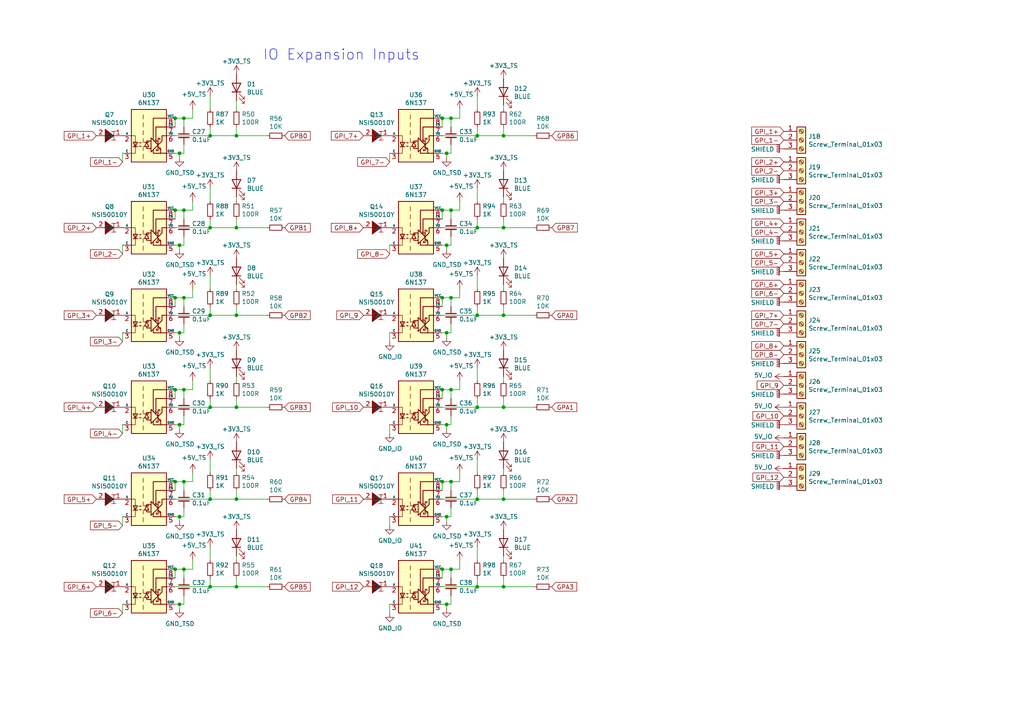
<source format=kicad_sch>
(kicad_sch (version 20211123) (generator eeschema)
  (paper "A4")
  (title_block (title "Tensile Board") (date "2021-02-23") (rev "1"))
  (junction (at 68.58 144.78))
  (junction (at 146.05 118.11))
  (junction (at 129.54 71.12))
  (junction (at 130.81 86.36))
  (junction (at 60.96 144.78))
  (junction (at 52.07 123.19))
  (junction (at 130.81 113.03))
  (junction (at 60.96 170.18))
  (junction (at 129.54 96.52))
  (junction (at 128.27 139.7))
  (junction (at 60.96 118.11))
  (junction (at 60.96 91.44))
  (junction (at 138.43 144.78))
  (junction (at 53.34 139.7))
  (junction (at 138.43 170.18))
  (junction (at 146.05 144.78))
  (junction (at 128.27 60.96))
  (junction (at 128.27 165.1))
  (junction (at 50.8 60.96))
  (junction (at 52.07 44.45))
  (junction (at 68.58 39.37))
  (junction (at 138.43 118.11))
  (junction (at 130.81 139.7))
  (junction (at 130.81 34.29))
  (junction (at 68.58 66.04))
  (junction (at 52.07 175.26))
  (junction (at 138.43 39.37))
  (junction (at 68.58 170.18))
  (junction (at 68.58 118.11))
  (junction (at 129.54 149.86))
  (junction (at 128.27 86.36))
  (junction (at 52.07 149.86))
  (junction (at 50.8 113.03))
  (junction (at 52.07 71.12))
  (junction (at 138.43 66.04))
  (junction (at 52.07 96.52))
  (junction (at 53.34 60.96))
  (junction (at 53.34 165.1))
  (junction (at 130.81 60.96))
  (junction (at 146.05 170.18))
  (junction (at 53.34 113.03))
  (junction (at 50.8 86.36))
  (junction (at 128.27 113.03))
  (junction (at 146.05 66.04))
  (junction (at 129.54 175.26))
  (junction (at 138.43 91.44))
  (junction (at 53.34 34.29))
  (junction (at 146.05 39.37))
  (junction (at 128.27 34.29))
  (junction (at 130.81 165.1))
  (junction (at 50.8 165.1))
  (junction (at 146.05 91.44))
  (junction (at 53.34 86.36))
  (junction (at 129.54 123.19))
  (junction (at 50.8 139.7))
  (junction (at 68.58 91.44))
  (junction (at 60.96 66.04))
  (junction (at 129.54 44.45))
  (junction (at 50.8 34.29))
  (junction (at 60.96 39.37))
  (wire (pts (xy 35.56 73.66) (xy 35.56 71.12)))
  (wire (pts (xy 60.96 80.01) (xy 60.96 83.82)))
  (wire (pts (xy 128.27 165.1) (xy 130.81 165.1)))
  (wire (pts (xy 35.56 177.8) (xy 35.56 175.26)))
  (wire (pts (xy 68.58 29.21) (xy 68.58 31.75)))
  (wire (pts (xy 68.58 91.44) (xy 68.58 88.9)))
  (wire (pts (xy 53.34 113.03) (xy 55.88 113.03)))
  (wire (pts (xy 55.88 165.1) (xy 55.88 162.56)))
  (wire (pts (xy 50.8 175.26) (xy 52.07 175.26)))
  (wire (pts (xy 130.81 44.45) (xy 130.81 41.91)))
  (wire (pts (xy 53.34 71.12) (xy 53.34 68.58)))
  (wire (pts (xy 60.96 88.9) (xy 60.96 91.44)))
  (wire (pts (xy 68.58 118.11) (xy 68.58 115.57)))
  (wire (pts (xy 128.27 118.11) (xy 138.43 118.11)))
  (wire (pts (xy 128.27 170.18) (xy 138.43 170.18)))
  (wire (pts (xy 50.8 96.52) (xy 52.07 96.52)))
  (wire (pts (xy 129.54 149.86) (xy 130.81 149.86)))
  (wire (pts (xy 128.27 96.52) (xy 129.54 96.52)))
  (wire (pts (xy 55.88 34.29) (xy 55.88 31.75)))
  (wire (pts (xy 50.8 139.7) (xy 53.34 139.7)))
  (wire (pts (xy 146.05 135.89) (xy 146.05 137.16)))
  (wire (pts (xy 60.96 115.57) (xy 60.96 118.11)))
  (wire (pts (xy 68.58 144.78) (xy 77.47 144.78)))
  (wire (pts (xy 133.35 139.7) (xy 133.35 137.16)))
  (wire (pts (xy 129.54 96.52) (xy 130.81 96.52)))
  (wire (pts (xy 68.58 39.37) (xy 68.58 36.83)))
  (wire (pts (xy 50.8 60.96) (xy 53.34 60.96)))
  (wire (pts (xy 68.58 109.22) (xy 68.58 110.49)))
  (wire (pts (xy 35.56 125.73) (xy 35.56 123.19)))
  (wire (pts (xy 55.88 113.03) (xy 55.88 110.49)))
  (wire (pts (xy 130.81 142.24) (xy 130.81 139.7)))
  (wire (pts (xy 113.03 73.66) (xy 113.03 71.12)))
  (wire (pts (xy 53.34 115.57) (xy 53.34 113.03)))
  (wire (pts (xy 52.07 44.45) (xy 53.34 44.45)))
  (wire (pts (xy 68.58 135.89) (xy 68.58 137.16)))
  (wire (pts (xy 146.05 39.37) (xy 146.05 36.83)))
  (wire (pts (xy 133.35 86.36) (xy 133.35 83.82)))
  (wire (pts (xy 128.27 63.5) (xy 128.27 60.96)))
  (wire (pts (xy 146.05 66.04) (xy 146.05 63.5)))
  (wire (pts (xy 130.81 123.19) (xy 130.81 120.65)))
  (wire (pts (xy 128.27 88.9) (xy 128.27 86.36)))
  (wire (pts (xy 129.54 71.12) (xy 130.81 71.12)))
  (wire (pts (xy 60.96 54.61) (xy 60.96 58.42)))
  (wire (pts (xy 138.43 142.24) (xy 138.43 144.78)))
  (wire (pts (xy 52.07 175.26) (xy 53.34 175.26)))
  (wire (pts (xy 52.07 96.52) (xy 52.07 97.79)))
  (wire (pts (xy 129.54 44.45) (xy 129.54 45.72)))
  (wire (pts (xy 129.54 44.45) (xy 130.81 44.45)))
  (wire (pts (xy 55.88 139.7) (xy 55.88 137.16)))
  (wire (pts (xy 146.05 144.78) (xy 154.94 144.78)))
  (wire (pts (xy 138.43 66.04) (xy 146.05 66.04)))
  (wire (pts (xy 113.03 152.4) (xy 113.03 149.86)))
  (wire (pts (xy 53.34 96.52) (xy 53.34 93.98)))
  (wire (pts (xy 133.35 34.29) (xy 133.35 31.75)))
  (wire (pts (xy 53.34 139.7) (xy 55.88 139.7)))
  (wire (pts (xy 50.8 142.24) (xy 50.8 139.7)))
  (wire (pts (xy 52.07 149.86) (xy 52.07 151.13)))
  (wire (pts (xy 35.56 152.4) (xy 35.56 149.86)))
  (wire (pts (xy 128.27 44.45) (xy 129.54 44.45)))
  (wire (pts (xy 138.43 133.35) (xy 138.43 137.16)))
  (wire (pts (xy 53.34 167.64) (xy 53.34 165.1)))
  (wire (pts (xy 53.34 149.86) (xy 53.34 147.32)))
  (wire (pts (xy 130.81 86.36) (xy 133.35 86.36)))
  (wire (pts (xy 146.05 82.55) (xy 146.05 83.82)))
  (wire (pts (xy 138.43 80.01) (xy 138.43 83.82)))
  (wire (pts (xy 128.27 66.04) (xy 138.43 66.04)))
  (wire (pts (xy 50.8 115.57) (xy 50.8 113.03)))
  (wire (pts (xy 68.58 57.15) (xy 68.58 58.42)))
  (wire (pts (xy 128.27 175.26) (xy 129.54 175.26)))
  (wire (pts (xy 60.96 63.5) (xy 60.96 66.04)))
  (wire (pts (xy 128.27 91.44) (xy 138.43 91.44)))
  (wire (pts (xy 60.96 158.75) (xy 60.96 162.56)))
  (wire (pts (xy 113.03 177.8) (xy 113.03 175.26)))
  (wire (pts (xy 138.43 167.64) (xy 138.43 170.18)))
  (wire (pts (xy 130.81 96.52) (xy 130.81 93.98)))
  (wire (pts (xy 138.43 106.68) (xy 138.43 110.49)))
  (wire (pts (xy 138.43 88.9) (xy 138.43 91.44)))
  (wire (pts (xy 146.05 57.15) (xy 146.05 58.42)))
  (wire (pts (xy 130.81 88.9) (xy 130.81 86.36)))
  (wire (pts (xy 146.05 30.48) (xy 146.05 31.75)))
  (wire (pts (xy 113.03 99.06) (xy 113.03 96.52)))
  (wire (pts (xy 52.07 149.86) (xy 53.34 149.86)))
  (wire (pts (xy 130.81 36.83) (xy 130.81 34.29)))
  (wire (pts (xy 50.8 88.9) (xy 50.8 86.36)))
  (wire (pts (xy 138.43 54.61) (xy 138.43 58.42)))
  (wire (pts (xy 146.05 118.11) (xy 154.94 118.11)))
  (wire (pts (xy 50.8 165.1) (xy 53.34 165.1)))
  (wire (pts (xy 60.96 133.35) (xy 60.96 137.16)))
  (wire (pts (xy 133.35 60.96) (xy 133.35 58.42)))
  (wire (pts (xy 50.8 123.19) (xy 52.07 123.19)))
  (wire (pts (xy 53.34 142.24) (xy 53.34 139.7)))
  (wire (pts (xy 68.58 170.18) (xy 77.47 170.18)))
  (wire (pts (xy 128.27 149.86) (xy 129.54 149.86)))
  (wire (pts (xy 128.27 36.83) (xy 128.27 34.29)))
  (wire (pts (xy 128.27 139.7) (xy 130.81 139.7)))
  (wire (pts (xy 68.58 170.18) (xy 68.58 167.64)))
  (wire (pts (xy 60.96 106.68) (xy 60.96 110.49)))
  (wire (pts (xy 130.81 115.57) (xy 130.81 113.03)))
  (wire (pts (xy 53.34 63.5) (xy 53.34 60.96)))
  (wire (pts (xy 35.56 46.99) (xy 35.56 44.45)))
  (wire (pts (xy 129.54 175.26) (xy 130.81 175.26)))
  (wire (pts (xy 53.34 44.45) (xy 53.34 41.91)))
  (wire (pts (xy 52.07 71.12) (xy 53.34 71.12)))
  (wire (pts (xy 128.27 113.03) (xy 130.81 113.03)))
  (wire (pts (xy 130.81 165.1) (xy 133.35 165.1)))
  (wire (pts (xy 52.07 96.52) (xy 53.34 96.52)))
  (wire (pts (xy 60.96 66.04) (xy 68.58 66.04)))
  (wire (pts (xy 52.07 175.26) (xy 52.07 176.53)))
  (wire (pts (xy 129.54 123.19) (xy 130.81 123.19)))
  (wire (pts (xy 68.58 161.29) (xy 68.58 162.56)))
  (wire (pts (xy 130.81 71.12) (xy 130.81 68.58)))
  (wire (pts (xy 130.81 167.64) (xy 130.81 165.1)))
  (wire (pts (xy 68.58 39.37) (xy 77.47 39.37)))
  (wire (pts (xy 53.34 123.19) (xy 53.34 120.65)))
  (wire (pts (xy 146.05 118.11) (xy 146.05 115.57)))
  (wire (pts (xy 128.27 144.78) (xy 138.43 144.78)))
  (wire (pts (xy 68.58 91.44) (xy 77.47 91.44)))
  (wire (pts (xy 53.34 175.26) (xy 53.34 172.72)))
  (wire (pts (xy 55.88 60.96) (xy 55.88 58.42)))
  (wire (pts (xy 53.34 88.9) (xy 53.34 86.36)))
  (wire (pts (xy 138.43 115.57) (xy 138.43 118.11)))
  (wire (pts (xy 138.43 158.75) (xy 138.43 162.56)))
  (wire (pts (xy 146.05 144.78) (xy 146.05 142.24)))
  (wire (pts (xy 138.43 91.44) (xy 146.05 91.44)))
  (wire (pts (xy 138.43 36.83) (xy 138.43 39.37)))
  (wire (pts (xy 133.35 113.03) (xy 133.35 110.49)))
  (wire (pts (xy 68.58 82.55) (xy 68.58 83.82)))
  (wire (pts (xy 53.34 34.29) (xy 55.88 34.29)))
  (wire (pts (xy 130.81 63.5) (xy 130.81 60.96)))
  (wire (pts (xy 50.8 144.78) (xy 60.96 144.78)))
  (wire (pts (xy 146.05 109.22) (xy 146.05 110.49)))
  (wire (pts (xy 50.8 91.44) (xy 60.96 91.44)))
  (wire (pts (xy 52.07 123.19) (xy 52.07 124.46)))
  (wire (pts (xy 50.8 149.86) (xy 52.07 149.86)))
  (wire (pts (xy 50.8 86.36) (xy 53.34 86.36)))
  (wire (pts (xy 129.54 149.86) (xy 129.54 151.13)))
  (wire (pts (xy 68.58 66.04) (xy 77.47 66.04)))
  (wire (pts (xy 50.8 36.83) (xy 50.8 34.29)))
  (wire (pts (xy 50.8 71.12) (xy 52.07 71.12)))
  (wire (pts (xy 129.54 175.26) (xy 129.54 176.53)))
  (wire (pts (xy 146.05 170.18) (xy 154.94 170.18)))
  (wire (pts (xy 130.81 175.26) (xy 130.81 172.72)))
  (wire (pts (xy 129.54 96.52) (xy 129.54 97.79)))
  (wire (pts (xy 146.05 39.37) (xy 154.94 39.37)))
  (wire (pts (xy 68.58 118.11) (xy 77.47 118.11)))
  (wire (pts (xy 146.05 91.44) (xy 154.94 91.44)))
  (wire (pts (xy 60.96 27.94) (xy 60.96 31.75)))
  (wire (pts (xy 129.54 71.12) (xy 129.54 72.39)))
  (wire (pts (xy 60.96 144.78) (xy 68.58 144.78)))
  (wire (pts (xy 52.07 71.12) (xy 52.07 72.39)))
  (wire (pts (xy 128.27 86.36) (xy 130.81 86.36)))
  (wire (pts (xy 50.8 39.37) (xy 60.96 39.37)))
  (wire (pts (xy 55.88 86.36) (xy 55.88 83.82)))
  (wire (pts (xy 130.81 34.29) (xy 133.35 34.29)))
  (wire (pts (xy 60.96 170.18) (xy 68.58 170.18)))
  (wire (pts (xy 138.43 144.78) (xy 146.05 144.78)))
  (wire (pts (xy 113.03 125.73) (xy 113.03 123.19)))
  (wire (pts (xy 138.43 118.11) (xy 146.05 118.11)))
  (wire (pts (xy 50.8 118.11) (xy 60.96 118.11)))
  (wire (pts (xy 138.43 39.37) (xy 146.05 39.37)))
  (wire (pts (xy 130.81 113.03) (xy 133.35 113.03)))
  (wire (pts (xy 68.58 66.04) (xy 68.58 63.5)))
  (wire (pts (xy 133.35 165.1) (xy 133.35 162.56)))
  (wire (pts (xy 128.27 167.64) (xy 128.27 165.1)))
  (wire (pts (xy 50.8 167.64) (xy 50.8 165.1)))
  (wire (pts (xy 129.54 123.19) (xy 129.54 124.46)))
  (wire (pts (xy 130.81 60.96) (xy 133.35 60.96)))
  (wire (pts (xy 128.27 39.37) (xy 138.43 39.37)))
  (wire (pts (xy 50.8 170.18) (xy 60.96 170.18)))
  (wire (pts (xy 146.05 66.04) (xy 154.94 66.04)))
  (wire (pts (xy 53.34 36.83) (xy 53.34 34.29)))
  (wire (pts (xy 146.05 170.18) (xy 146.05 167.64)))
  (wire (pts (xy 50.8 34.29) (xy 53.34 34.29)))
  (wire (pts (xy 50.8 44.45) (xy 52.07 44.45)))
  (wire (pts (xy 146.05 161.29) (xy 146.05 162.56)))
  (wire (pts (xy 130.81 149.86) (xy 130.81 147.32)))
  (wire (pts (xy 130.81 139.7) (xy 133.35 139.7)))
  (wire (pts (xy 50.8 113.03) (xy 53.34 113.03)))
  (wire (pts (xy 60.96 167.64) (xy 60.96 170.18)))
  (wire (pts (xy 60.96 118.11) (xy 68.58 118.11)))
  (wire (pts (xy 128.27 60.96) (xy 130.81 60.96)))
  (wire (pts (xy 60.96 39.37) (xy 68.58 39.37)))
  (wire (pts (xy 53.34 165.1) (xy 55.88 165.1)))
  (wire (pts (xy 128.27 34.29) (xy 130.81 34.29)))
  (wire (pts (xy 128.27 71.12) (xy 129.54 71.12)))
  (wire (pts (xy 35.56 99.06) (xy 35.56 96.52)))
  (wire (pts (xy 52.07 44.45) (xy 52.07 45.72)))
  (wire (pts (xy 138.43 27.94) (xy 138.43 31.75)))
  (wire (pts (xy 60.96 91.44) (xy 68.58 91.44)))
  (wire (pts (xy 53.34 86.36) (xy 55.88 86.36)))
  (wire (pts (xy 68.58 144.78) (xy 68.58 142.24)))
  (wire (pts (xy 60.96 142.24) (xy 60.96 144.78)))
  (wire (pts (xy 113.03 46.99) (xy 113.03 44.45)))
  (wire (pts (xy 53.34 60.96) (xy 55.88 60.96)))
  (wire (pts (xy 60.96 36.83) (xy 60.96 39.37)))
  (wire (pts (xy 128.27 115.57) (xy 128.27 113.03)))
  (wire (pts (xy 138.43 170.18) (xy 146.05 170.18)))
  (wire (pts (xy 52.07 123.19) (xy 53.34 123.19)))
  (wire (pts (xy 50.8 63.5) (xy 50.8 60.96)))
  (wire (pts (xy 146.05 91.44) (xy 146.05 88.9)))
  (wire (pts (xy 128.27 123.19) (xy 129.54 123.19)))
  (wire (pts (xy 128.27 142.24) (xy 128.27 139.7)))
  (wire (pts (xy 138.43 63.5) (xy 138.43 66.04)))
  (wire (pts (xy 50.8 66.04) (xy 60.96 66.04)))
  (text "IO Expansion Inputs" (at 76.2 17.78 0) (effects (font (size 2.9972 2.9972)) (justify left bottom)))
  (global_label "GPB2" (shape input) (at 82.55 91.44 0) (property "Intersheet References" "${INTERSHEET_REFS}" (effects hide)))
  (global_label "GPI_11" (shape input) (at 105.41 144.78 180) (property "Intersheet References" "${INTERSHEET_REFS}" (effects hide)))
  (global_label "GPI_12" (shape input) (at 105.41 170.18 180) (property "Intersheet References" "${INTERSHEET_REFS}" (effects hide)))
  (global_label "GPI_5-" (shape input) (at 35.56 152.4 180) (property "Intersheet References" "${INTERSHEET_REFS}" (effects hide)))
  (global_label "GPI_7+" (shape input) (at 227.33 91.44 180) (property "Intersheet References" "${INTERSHEET_REFS}" (effects hide)))
  (global_label "GPI_4+" (shape input) (at 27.94 118.11 180) (property "Intersheet References" "${INTERSHEET_REFS}" (effects hide)))
  (global_label "GPA3" (shape input) (at 160.02 170.18 0) (property "Intersheet References" "${INTERSHEET_REFS}" (effects hide)))
  (global_label "GPB1" (shape input) (at 82.55 66.04 0) (property "Intersheet References" "${INTERSHEET_REFS}" (effects hide)))
  (global_label "GPB3" (shape input) (at 82.55 118.11 0) (property "Intersheet References" "${INTERSHEET_REFS}" (effects hide)))
  (global_label "GPI_4-" (shape input) (at 227.33 67.31 180) (property "Intersheet References" "${INTERSHEET_REFS}" (effects hide)))
  (global_label "GPI_1+" (shape input) (at 27.94 39.37 180) (property "Intersheet References" "${INTERSHEET_REFS}" (effects hide)))
  (global_label "GPI_3-" (shape input) (at 35.56 99.06 180) (property "Intersheet References" "${INTERSHEET_REFS}" (effects hide)))
  (global_label "GPI_6+" (shape input) (at 227.33 82.55 180) (property "Intersheet References" "${INTERSHEET_REFS}" (effects hide)))
  (global_label "GPI_3+" (shape input) (at 227.33 55.88 180) (property "Intersheet References" "${INTERSHEET_REFS}" (effects hide)))
  (global_label "GPI_7-" (shape input) (at 227.33 93.98 180) (property "Intersheet References" "${INTERSHEET_REFS}" (effects hide)))
  (global_label "GPA2" (shape input) (at 160.02 144.78 0) (property "Intersheet References" "${INTERSHEET_REFS}" (effects hide)))
  (global_label "GPI_5-" (shape input) (at 227.33 76.2 180) (property "Intersheet References" "${INTERSHEET_REFS}" (effects hide)))
  (global_label "GPI_8-" (shape input) (at 227.33 102.87 180) (property "Intersheet References" "${INTERSHEET_REFS}" (effects hide)))
  (global_label "GPI_6-" (shape input) (at 35.56 177.8 180) (property "Intersheet References" "${INTERSHEET_REFS}" (effects hide)))
  (global_label "GPA1" (shape input) (at 160.02 118.11 0) (property "Intersheet References" "${INTERSHEET_REFS}" (effects hide)))
  (global_label "GPI_10" (shape input) (at 105.41 118.11 180) (property "Intersheet References" "${INTERSHEET_REFS}" (effects hide)))
  (global_label "GPI_7-" (shape input) (at 113.03 46.99 180) (property "Intersheet References" "${INTERSHEET_REFS}" (effects hide)))
  (global_label "GPI_10" (shape input) (at 227.33 120.65 180) (property "Intersheet References" "${INTERSHEET_REFS}" (effects hide)))
  (global_label "GPI_9" (shape input) (at 227.33 111.76 180) (property "Intersheet References" "${INTERSHEET_REFS}" (effects hide)))
  (global_label "GPI_6-" (shape input) (at 227.33 85.09 180) (property "Intersheet References" "${INTERSHEET_REFS}" (effects hide)))
  (global_label "GPI_12" (shape input) (at 227.33 138.43 180) (property "Intersheet References" "${INTERSHEET_REFS}" (effects hide)))
  (global_label "GPI_8-" (shape input) (at 113.03 73.66 180) (property "Intersheet References" "${INTERSHEET_REFS}" (effects hide)))
  (global_label "GPB5" (shape input) (at 82.55 170.18 0) (property "Intersheet References" "${INTERSHEET_REFS}" (effects hide)))
  (global_label "GPI_3-" (shape input) (at 227.33 58.42 180) (property "Intersheet References" "${INTERSHEET_REFS}" (effects hide)))
  (global_label "GPI_9" (shape input) (at 105.41 91.44 180) (property "Intersheet References" "${INTERSHEET_REFS}" (effects hide)))
  (global_label "GPI_4+" (shape input) (at 227.33 64.77 180) (property "Intersheet References" "${INTERSHEET_REFS}" (effects hide)))
  (global_label "GPI_2+" (shape input) (at 227.33 46.99 180) (property "Intersheet References" "${INTERSHEET_REFS}" (effects hide)))
  (global_label "GPI_8+" (shape input) (at 105.41 66.04 180) (property "Intersheet References" "${INTERSHEET_REFS}" (effects hide)))
  (global_label "GPI_1+" (shape input) (at 227.33 38.1 180) (property "Intersheet References" "${INTERSHEET_REFS}" (effects hide)))
  (global_label "GPB4" (shape input) (at 82.55 144.78 0) (property "Intersheet References" "${INTERSHEET_REFS}" (effects hide)))
  (global_label "GPI_4-" (shape input) (at 35.56 125.73 180) (property "Intersheet References" "${INTERSHEET_REFS}" (effects hide)))
  (global_label "GPI_1-" (shape input) (at 227.33 40.64 180) (property "Intersheet References" "${INTERSHEET_REFS}" (effects hide)))
  (global_label "GPB6" (shape input) (at 160.02 39.37 0) (property "Intersheet References" "${INTERSHEET_REFS}" (effects hide)))
  (global_label "GPI_6+" (shape input) (at 27.94 170.18 180) (property "Intersheet References" "${INTERSHEET_REFS}" (effects hide)))
  (global_label "GPI_3+" (shape input) (at 27.94 91.44 180) (property "Intersheet References" "${INTERSHEET_REFS}" (effects hide)))
  (global_label "GPI_1-" (shape input) (at 35.56 46.99 180) (property "Intersheet References" "${INTERSHEET_REFS}" (effects hide)))
  (global_label "GPI_5+" (shape input) (at 27.94 144.78 180) (property "Intersheet References" "${INTERSHEET_REFS}" (effects hide)))
  (global_label "GPI_2+" (shape input) (at 27.94 66.04 180) (property "Intersheet References" "${INTERSHEET_REFS}" (effects hide)))
  (global_label "GPI_11" (shape input) (at 227.33 129.54 180) (property "Intersheet References" "${INTERSHEET_REFS}" (effects hide)))
  (global_label "GPB0" (shape input) (at 82.55 39.37 0) (property "Intersheet References" "${INTERSHEET_REFS}" (effects hide)))
  (global_label "GPA0" (shape input) (at 160.02 91.44 0) (property "Intersheet References" "${INTERSHEET_REFS}" (effects hide)))
  (global_label "GPI_2-" (shape input) (at 227.33 49.53 180) (property "Intersheet References" "${INTERSHEET_REFS}" (effects hide)))
  (global_label "GPI_5+" (shape input) (at 227.33 73.66 180) (property "Intersheet References" "${INTERSHEET_REFS}" (effects hide)))
  (global_label "GPI_8+" (shape input) (at 227.33 100.33 180) (property "Intersheet References" "${INTERSHEET_REFS}" (effects hide)))
  (global_label "GPI_7+" (shape input) (at 105.41 39.37 180) (property "Intersheet References" "${INTERSHEET_REFS}" (effects hide)))
  (global_label "GPB7" (shape input) (at 160.02 66.04 0) (property "Intersheet References" "${INTERSHEET_REFS}" (effects hide)))
  (global_label "GPI_2-" (shape input) (at 35.56 73.66 180) (property "Intersheet References" "${INTERSHEET_REFS}" (effects hide)))
  (symbol (lib_id "Tensile_Board:5V_IO") (at 227.33 135.89 90) (unit 1)
    (property "Reference" "#PWR0258" (effects hide))
    (property "Value" "5V_IO" (at 224.1042 135.509 90) (effects (justify left)))
  )
  (symbol (lib_id "Tensile_Board:GND_IO") (at 113.03 177.8 0) (unit 1)
    (property "Reference" "#PWR0259" (effects hide))
    (property "Value" "GND_IO" (at 113.157 182.1942 0))
  )
  (symbol (lib_id "Tensile_Board:5V_IO") (at 227.33 127 90) (unit 1)
    (property "Reference" "#PWR0260" (effects hide))
    (property "Value" "5V_IO" (at 224.1042 126.619 90) (effects (justify left)))
  )
  (symbol (lib_id "Tensile_Board:5V_IO") (at 227.33 109.22 90) (unit 1)
    (property "Reference" "#PWR0261" (effects hide))
    (property "Value" "5V_IO" (at 224.1042 108.839 90) (effects (justify left)))
  )
  (symbol (lib_id "Tensile_Board:5V_IO") (at 227.33 118.11 90) (unit 1)
    (property "Reference" "#PWR0262" (effects hide))
    (property "Value" "5V_IO" (at 224.1042 117.729 90) (effects (justify left)))
  )
  (symbol (lib_id "Tensile_Board:GND_IO") (at 113.03 152.4 0) (unit 1)
    (property "Reference" "#PWR0263" (effects hide))
    (property "Value" "GND_IO" (at 113.157 156.7942 0))
  )
  (symbol (lib_id "Tensile_Board:GND_IO") (at 113.03 125.73 0) (unit 1)
    (property "Reference" "#PWR0264" (effects hide))
    (property "Value" "GND_IO" (at 113.157 130.1242 0))
  )
  (symbol (lib_id "Tensile_Board:GND_IO") (at 113.03 99.06 0) (unit 1)
    (property "Reference" "#PWR0265" (effects hide))
    (property "Value" "GND_IO" (at 113.157 103.4542 0))
  )
  (symbol (lib_id "Device:R_Small") (at 60.96 34.29 0)
    (property "Reference" "R87" (at 62.4586 33.1216 0) (effects (justify left)))
    (property "Value" "1K" (at 62.4586 35.433 0) (effects (justify left)))
    (property "Footprint" "Resistor_SMD:R_0603_1608Metric" (effects hide))
    (property "Datasheet" "https://datasheet.lcsc.com/szlcsc/Uniroyal-Elec-0603WAF330JT5E_C23140.pdf" (effects hide))
    (property "LCSC" "C21190" (effects hide))
    (property "Type" "BASIC" (effects hide))
  )
  (symbol (lib_id "Tensile_Board:+3.3V_TS") (at 60.96 27.94 0)
    (property "Reference" "#PWR0266" (effects hide))
    (property "Value" "+3.3V_TS" (at 60.96 24.13 0))
  )
  (symbol (lib_id "Device:R_Small") (at 60.96 60.96 0)
    (property "Reference" "R88" (at 62.4586 59.7916 0) (effects (justify left)))
    (property "Value" "1K" (at 62.4586 62.103 0) (effects (justify left)))
    (property "Footprint" "Resistor_SMD:R_0603_1608Metric" (effects hide))
    (property "Datasheet" "https://datasheet.lcsc.com/szlcsc/Uniroyal-Elec-0603WAF330JT5E_C23140.pdf" (effects hide))
    (property "LCSC" "C21190" (effects hide))
    (property "Type" "BASIC" (effects hide))
  )
  (symbol (lib_id "Tensile_Board:+3.3V_TS") (at 60.96 54.61 0)
    (property "Reference" "#PWR0267" (effects hide))
    (property "Value" "+3.3V_TS" (at 60.96 50.8 0))
  )
  (symbol (lib_id "Device:R_Small") (at 60.96 86.36 0)
    (property "Reference" "R89" (at 62.4586 85.1916 0) (effects (justify left)))
    (property "Value" "1K" (at 62.4586 87.503 0) (effects (justify left)))
    (property "Footprint" "Resistor_SMD:R_0603_1608Metric" (effects hide))
    (property "Datasheet" "https://datasheet.lcsc.com/szlcsc/Uniroyal-Elec-0603WAF330JT5E_C23140.pdf" (effects hide))
    (property "LCSC" "C21190" (effects hide))
    (property "Type" "BASIC" (effects hide))
  )
  (symbol (lib_id "Tensile_Board:+3.3V_TS") (at 60.96 80.01 0)
    (property "Reference" "#PWR0268" (effects hide))
    (property "Value" "+3.3V_TS" (at 60.96 76.2 0))
  )
  (symbol (lib_id "Device:R_Small") (at 60.96 113.03 0)
    (property "Reference" "R90" (at 62.4586 111.8616 0) (effects (justify left)))
    (property "Value" "1K" (at 62.4586 114.173 0) (effects (justify left)))
    (property "Footprint" "Resistor_SMD:R_0603_1608Metric" (effects hide))
    (property "Datasheet" "https://datasheet.lcsc.com/szlcsc/Uniroyal-Elec-0603WAF330JT5E_C23140.pdf" (effects hide))
    (property "LCSC" "C21190" (effects hide))
    (property "Type" "BASIC" (effects hide))
  )
  (symbol (lib_id "Tensile_Board:+3.3V_TS") (at 60.96 106.68 0)
    (property "Reference" "#PWR0269" (effects hide))
    (property "Value" "+3.3V_TS" (at 60.96 102.87 0))
  )
  (symbol (lib_id "Device:R_Small") (at 60.96 139.7 0)
    (property "Reference" "R91" (at 62.4586 138.5316 0) (effects (justify left)))
    (property "Value" "1K" (at 62.4586 140.843 0) (effects (justify left)))
    (property "Footprint" "Resistor_SMD:R_0603_1608Metric" (effects hide))
    (property "Datasheet" "https://datasheet.lcsc.com/szlcsc/Uniroyal-Elec-0603WAF330JT5E_C23140.pdf" (effects hide))
    (property "LCSC" "C21190" (effects hide))
    (property "Type" "BASIC" (effects hide))
  )
  (symbol (lib_id "Tensile_Board:+3.3V_TS") (at 60.96 133.35 0)
    (property "Reference" "#PWR0270" (effects hide))
    (property "Value" "+3.3V_TS" (at 60.96 129.54 0))
  )
  (symbol (lib_id "Device:R_Small") (at 60.96 165.1 0)
    (property "Reference" "R92" (at 62.4586 163.9316 0) (effects (justify left)))
    (property "Value" "1K" (at 62.4586 166.243 0) (effects (justify left)))
    (property "Footprint" "Resistor_SMD:R_0603_1608Metric" (effects hide))
    (property "Datasheet" "https://datasheet.lcsc.com/szlcsc/Uniroyal-Elec-0603WAF330JT5E_C23140.pdf" (effects hide))
    (property "LCSC" "C21190" (effects hide))
    (property "Type" "BASIC" (effects hide))
  )
  (symbol (lib_id "Tensile_Board:+3.3V_TS") (at 60.96 158.75 0)
    (property "Reference" "#PWR0271" (effects hide))
    (property "Value" "+3.3V_TS" (at 60.96 154.94 0))
  )
  (symbol (lib_id "Device:R_Small") (at 138.43 165.1 0)
    (property "Reference" "R98" (at 139.9286 163.9316 0) (effects (justify left)))
    (property "Value" "1K" (at 139.9286 166.243 0) (effects (justify left)))
    (property "Footprint" "Resistor_SMD:R_0603_1608Metric" (effects hide))
    (property "Datasheet" "https://datasheet.lcsc.com/szlcsc/Uniroyal-Elec-0603WAF330JT5E_C23140.pdf" (effects hide))
    (property "LCSC" "C21190" (effects hide))
    (property "Type" "BASIC" (effects hide))
  )
  (symbol (lib_id "Tensile_Board:+3.3V_TS") (at 138.43 158.75 0)
    (property "Reference" "#PWR0272" (effects hide))
    (property "Value" "+3.3V_TS" (at 138.43 154.94 0))
  )
  (symbol (lib_id "Device:R_Small") (at 138.43 139.7 0)
    (property "Reference" "R97" (at 139.9286 138.5316 0) (effects (justify left)))
    (property "Value" "1K" (at 139.9286 140.843 0) (effects (justify left)))
    (property "Footprint" "Resistor_SMD:R_0603_1608Metric" (effects hide))
    (property "Datasheet" "https://datasheet.lcsc.com/szlcsc/Uniroyal-Elec-0603WAF330JT5E_C23140.pdf" (effects hide))
    (property "LCSC" "C21190" (effects hide))
    (property "Type" "BASIC" (effects hide))
  )
  (symbol (lib_id "Tensile_Board:+3.3V_TS") (at 138.43 133.35 0)
    (property "Reference" "#PWR0273" (effects hide))
    (property "Value" "+3.3V_TS" (at 138.43 129.54 0))
  )
  (symbol (lib_id "Device:R_Small") (at 138.43 113.03 0)
    (property "Reference" "R96" (at 139.9286 111.8616 0) (effects (justify left)))
    (property "Value" "1K" (at 139.9286 114.173 0) (effects (justify left)))
    (property "Footprint" "Resistor_SMD:R_0603_1608Metric" (effects hide))
    (property "Datasheet" "https://datasheet.lcsc.com/szlcsc/Uniroyal-Elec-0603WAF330JT5E_C23140.pdf" (effects hide))
    (property "LCSC" "C21190" (effects hide))
    (property "Type" "BASIC" (effects hide))
  )
  (symbol (lib_id "Tensile_Board:+3.3V_TS") (at 138.43 106.68 0)
    (property "Reference" "#PWR0274" (effects hide))
    (property "Value" "+3.3V_TS" (at 138.43 102.87 0))
  )
  (symbol (lib_id "Device:R_Small") (at 138.43 86.36 0)
    (property "Reference" "R95" (at 139.9286 85.1916 0) (effects (justify left)))
    (property "Value" "1K" (at 139.9286 87.503 0) (effects (justify left)))
    (property "Footprint" "Resistor_SMD:R_0603_1608Metric" (effects hide))
    (property "Datasheet" "https://datasheet.lcsc.com/szlcsc/Uniroyal-Elec-0603WAF330JT5E_C23140.pdf" (effects hide))
    (property "LCSC" "C21190" (effects hide))
    (property "Type" "BASIC" (effects hide))
  )
  (symbol (lib_id "Tensile_Board:+3.3V_TS") (at 138.43 80.01 0)
    (property "Reference" "#PWR0275" (effects hide))
    (property "Value" "+3.3V_TS" (at 138.43 76.2 0))
  )
  (symbol (lib_id "Device:R_Small") (at 138.43 60.96 0)
    (property "Reference" "R94" (at 139.9286 59.7916 0) (effects (justify left)))
    (property "Value" "1K" (at 139.9286 62.103 0) (effects (justify left)))
    (property "Footprint" "Resistor_SMD:R_0603_1608Metric" (effects hide))
    (property "Datasheet" "https://datasheet.lcsc.com/szlcsc/Uniroyal-Elec-0603WAF330JT5E_C23140.pdf" (effects hide))
    (property "LCSC" "C21190" (effects hide))
    (property "Type" "BASIC" (effects hide))
  )
  (symbol (lib_id "Tensile_Board:+3.3V_TS") (at 138.43 54.61 0)
    (property "Reference" "#PWR0276" (effects hide))
    (property "Value" "+3.3V_TS" (at 138.43 50.8 0))
  )
  (symbol (lib_id "Device:R_Small") (at 138.43 34.29 0)
    (property "Reference" "R93" (at 139.9286 33.1216 0) (effects (justify left)))
    (property "Value" "1K" (at 139.9286 35.433 0) (effects (justify left)))
    (property "Footprint" "Resistor_SMD:R_0603_1608Metric" (effects hide))
    (property "Datasheet" "https://datasheet.lcsc.com/szlcsc/Uniroyal-Elec-0603WAF330JT5E_C23140.pdf" (effects hide))
    (property "LCSC" "C21190" (effects hide))
    (property "Type" "BASIC" (effects hide))
  )
  (symbol (lib_id "Tensile_Board:+3.3V_TS") (at 138.43 27.94 0)
    (property "Reference" "#PWR0277" (effects hide))
    (property "Value" "+3.3V_TS" (at 138.43 24.13 0))
  )
  (symbol (lib_id "Device:LED") (at 68.58 25.4 90) (unit 1)
    (property "Reference" "D1" (at 71.5772 24.4094 90) (effects (justify right)))
    (property "Value" "BLUE" (at 71.5772 26.7208 90) (effects (justify right)))
    (property "Footprint" "LED_SMD:LED_0603_1608Metric" (effects hide))
    (property "Datasheet" "https://datasheet.lcsc.com/szlcsc/Everlight-Elec-19-217-BHC-ZL1M2RY-3T_C72041.pdf" (effects hide))
    (property "LCSC" "C72041" (effects hide))
    (property "Type" "BASIC" (effects hide))
  )
  (symbol (lib_id "Tensile_Board:+3.3V_TS") (at 68.58 49.53 0)
    (property "Reference" "#PWR0198" (effects hide))
    (property "Value" "+3.3V_TS" (at 68.58 45.72 0))
  )
  (symbol (lib_id "Device:LED") (at 68.58 53.34 90) (unit 1)
    (property "Reference" "D7" (at 71.5772 52.3494 90) (effects (justify right)))
    (property "Value" "BLUE" (at 71.5772 54.6608 90) (effects (justify right)))
    (property "Footprint" "LED_SMD:LED_0603_1608Metric" (effects hide))
    (property "Datasheet" "https://datasheet.lcsc.com/szlcsc/Everlight-Elec-19-217-BHC-ZL1M2RY-3T_C72041.pdf" (effects hide))
    (property "LCSC" "C72041" (effects hide))
    (property "Type" "BASIC" (effects hide))
  )
  (symbol (lib_id "Tensile_Board:+3.3V_TS") (at 68.58 74.93 0)
    (property "Reference" "#PWR0201" (effects hide))
    (property "Value" "+3.3V_TS" (at 68.58 71.12 0))
  )
  (symbol (lib_id "Device:LED") (at 68.58 78.74 90) (unit 1)
    (property "Reference" "D8" (at 71.5772 77.7494 90) (effects (justify right)))
    (property "Value" "BLUE" (at 71.5772 80.0608 90) (effects (justify right)))
    (property "Footprint" "LED_SMD:LED_0603_1608Metric" (effects hide))
    (property "Datasheet" "https://datasheet.lcsc.com/szlcsc/Everlight-Elec-19-217-BHC-ZL1M2RY-3T_C72041.pdf" (effects hide))
    (property "LCSC" "C72041" (effects hide))
    (property "Type" "BASIC" (effects hide))
  )
  (symbol (lib_id "Tensile_Board:+3.3V_TS") (at 68.58 101.6 0)
    (property "Reference" "#PWR0207" (effects hide))
    (property "Value" "+3.3V_TS" (at 68.58 97.79 0))
  )
  (symbol (lib_id "Device:LED") (at 68.58 105.41 90) (unit 1)
    (property "Reference" "D9" (at 71.5772 104.4194 90) (effects (justify right)))
    (property "Value" "BLUE" (at 71.5772 106.7308 90) (effects (justify right)))
    (property "Footprint" "LED_SMD:LED_0603_1608Metric" (effects hide))
    (property "Datasheet" "https://datasheet.lcsc.com/szlcsc/Everlight-Elec-19-217-BHC-ZL1M2RY-3T_C72041.pdf" (effects hide))
    (property "LCSC" "C72041" (effects hide))
    (property "Type" "BASIC" (effects hide))
  )
  (symbol (lib_id "Tensile_Board:+3.3V_TS") (at 68.58 128.27 0)
    (property "Reference" "#PWR0210" (effects hide))
    (property "Value" "+3.3V_TS" (at 68.58 124.46 0))
  )
  (symbol (lib_id "Device:LED") (at 68.58 132.08 90) (unit 1)
    (property "Reference" "D10" (at 71.5772 131.0894 90) (effects (justify right)))
    (property "Value" "BLUE" (at 71.5772 133.4008 90) (effects (justify right)))
    (property "Footprint" "LED_SMD:LED_0603_1608Metric" (effects hide))
    (property "Datasheet" "https://datasheet.lcsc.com/szlcsc/Everlight-Elec-19-217-BHC-ZL1M2RY-3T_C72041.pdf" (effects hide))
    (property "LCSC" "C72041" (effects hide))
    (property "Type" "BASIC" (effects hide))
  )
  (symbol (lib_id "Isolator:6N137") (at 43.18 39.37 0)
    (property "Reference" "U30" (at 43.18 27.5082 0))
    (property "Value" "6N137" (at 43.18 29.8196 0))
    (property "Footprint" "Package_SO:SOP-8_6.62x9.15mm_P2.54mm" (effects hide))
    (property "Datasheet" "https://docs.broadcom.com/docs/AV02-0940EN" (effects hide))
    (property "LCSC" "C110020" (effects hide))
    (property "Type" "BASIC" (effects hide))
  )
  (symbol (lib_id "Device:R_Small") (at 68.58 34.29 0)
    (property "Reference" "R50" (at 70.0786 33.1216 0) (effects (justify left)))
    (property "Value" "100R" (at 70.0786 35.433 0) (effects (justify left)))
    (property "Footprint" "Resistor_SMD:R_0603_1608Metric" (effects hide))
    (property "Datasheet" "https://datasheet.lcsc.com/szlcsc/Uniroyal-Elec-0603WAF330JT5E_C23140.pdf" (effects hide))
    (property "LCSC" "C22775" (effects hide))
    (property "Type" "BASIC" (effects hide))
  )
  (symbol (lib_id "Device:C_Small") (at 53.34 39.37 0)
    (property "Reference" "C27" (at 55.6768 38.2016 0) (effects (justify left)))
    (property "Value" "0.1uF" (at 55.6768 40.513 0) (effects (justify left)))
    (property "Footprint" "Capacitor_SMD:C_0603_1608Metric" (effects hide))
    (property "Datasheet" "https://datasheet.lcsc.com/szlcsc/YAGEO-CC0603KRX7R9BB104_C14663.pdf" (effects hide))
    (property "LCSC" "C14663" (effects hide))
    (property "Type" "BASIC" (effects hide))
  )
  (symbol (lib_id "Device:R_Small") (at 80.01 39.37 270)
    (property "Reference" "R56" (at 80.01 34.3916 90))
    (property "Value" "10K" (at 80.01 36.703 90))
    (property "Footprint" "Resistor_SMD:R_0603_1608Metric" (effects hide))
    (property "Datasheet" "https://datasheet.lcsc.com/szlcsc/Uniroyal-Elec-0603WAF1002T5E_C25804.pdf" (effects hide))
    (property "LCSC" "C25804" (effects hide))
    (property "Type" "BASIC" (effects hide))
  )
  (symbol (lib_id "Tensile_Board:GND_TSD") (at 52.07 45.72 0)
    (property "Reference" "#PWR0204" (effects hide))
    (property "Value" "GND_TSD" (at 52.197 50.1142 0))
  )
  (symbol (lib_id "Tensile_Board:+3.3V_TS") (at 68.58 21.59 0)
    (property "Reference" "#PWR0203" (effects hide))
    (property "Value" "+3.3V_TS" (at 68.58 17.78 0))
  )
  (symbol (lib_id "Tensile_Board:+5V_TS") (at 55.88 31.75 0)
    (property "Reference" "#PWR0196" (effects hide))
    (property "Value" "+5V_TS" (at 56.261 27.3558 0))
  )
  (symbol (lib_id "Tensile_Board:NSI50010Y") (at 30.48 39.37 0)
    (property "Reference" "Q7" (at 31.75 33.274 0))
    (property "Value" "NSI50010Y" (at 31.75 35.5854 0))
    (property "Footprint" "Diode_SMD:D_SOD-123" (effects hide))
    (property "Datasheet" "https://datasheet.lcsc.com/szlcsc/ON-Semicon-ON-NSI50010YT1G_C150049.pdf" (effects hide))
    (property "LCSC" "C150049" (effects hide))
    (property "Type" "EXT" (effects hide))
  )
  (symbol (lib_id "Isolator:6N137") (at 43.18 66.04 0)
    (property "Reference" "U31" (at 43.18 54.1782 0))
    (property "Value" "6N137" (at 43.18 56.4896 0))
    (property "Footprint" "Package_SO:SOP-8_6.62x9.15mm_P2.54mm" (effects hide))
    (property "Datasheet" "https://docs.broadcom.com/docs/AV02-0940EN" (effects hide))
    (property "LCSC" "C110020" (effects hide))
    (property "Type" "BASIC" (effects hide))
  )
  (symbol (lib_id "Device:R_Small") (at 68.58 60.96 0)
    (property "Reference" "R51" (at 70.0786 59.7916 0) (effects (justify left)))
    (property "Value" "100R" (at 70.0786 62.103 0) (effects (justify left)))
    (property "Footprint" "Resistor_SMD:R_0603_1608Metric" (effects hide))
    (property "Datasheet" "https://datasheet.lcsc.com/szlcsc/Uniroyal-Elec-0603WAF330JT5E_C23140.pdf" (effects hide))
    (property "LCSC" "C22775" (effects hide))
    (property "Type" "BASIC" (effects hide))
  )
  (symbol (lib_id "Device:C_Small") (at 53.34 66.04 0)
    (property "Reference" "C28" (at 55.6768 64.8716 0) (effects (justify left)))
    (property "Value" "0.1uF" (at 55.6768 67.183 0) (effects (justify left)))
    (property "Footprint" "Capacitor_SMD:C_0603_1608Metric" (effects hide))
    (property "Datasheet" "https://datasheet.lcsc.com/szlcsc/YAGEO-CC0603KRX7R9BB104_C14663.pdf" (effects hide))
    (property "LCSC" "C14663" (effects hide))
    (property "Type" "BASIC" (effects hide))
  )
  (symbol (lib_id "Device:R_Small") (at 80.01 66.04 270)
    (property "Reference" "R57" (at 80.01 61.0616 90))
    (property "Value" "10K" (at 80.01 63.373 90))
    (property "Footprint" "Resistor_SMD:R_0603_1608Metric" (effects hide))
    (property "Datasheet" "https://datasheet.lcsc.com/szlcsc/Uniroyal-Elec-0603WAF1002T5E_C25804.pdf" (effects hide))
    (property "LCSC" "C25804" (effects hide))
    (property "Type" "BASIC" (effects hide))
  )
  (symbol (lib_id "Tensile_Board:GND_TSD") (at 52.07 72.39 0)
    (property "Reference" "#PWR0202" (effects hide))
    (property "Value" "GND_TSD" (at 52.197 76.7842 0))
  )
  (symbol (lib_id "Tensile_Board:+5V_TS") (at 55.88 58.42 0)
    (property "Reference" "#PWR0200" (effects hide))
    (property "Value" "+5V_TS" (at 56.261 54.0258 0))
  )
  (symbol (lib_id "Tensile_Board:NSI50010Y") (at 30.48 66.04 0)
    (property "Reference" "Q8" (at 31.75 59.944 0))
    (property "Value" "NSI50010Y" (at 31.75 62.2554 0))
    (property "Footprint" "Diode_SMD:D_SOD-123" (effects hide))
    (property "Datasheet" "https://datasheet.lcsc.com/szlcsc/ON-Semicon-ON-NSI50010YT1G_C150049.pdf" (effects hide))
    (property "LCSC" "C150049" (effects hide))
    (property "Type" "EXT" (effects hide))
  )
  (symbol (lib_id "Isolator:6N137") (at 43.18 91.44 0)
    (property "Reference" "U32" (at 43.18 79.5782 0))
    (property "Value" "6N137" (at 43.18 81.8896 0))
    (property "Footprint" "Package_SO:SOP-8_6.62x9.15mm_P2.54mm" (effects hide))
    (property "Datasheet" "https://docs.broadcom.com/docs/AV02-0940EN" (effects hide))
    (property "LCSC" "C110020" (effects hide))
    (property "Type" "BASIC" (effects hide))
  )
  (symbol (lib_id "Device:R_Small") (at 68.58 86.36 0)
    (property "Reference" "R52" (at 70.0786 85.1916 0) (effects (justify left)))
    (property "Value" "100R" (at 70.0786 87.503 0) (effects (justify left)))
    (property "Footprint" "Resistor_SMD:R_0603_1608Metric" (effects hide))
    (property "Datasheet" "https://datasheet.lcsc.com/szlcsc/Uniroyal-Elec-0603WAF330JT5E_C23140.pdf" (effects hide))
    (property "LCSC" "C22775" (effects hide))
    (property "Type" "BASIC" (effects hide))
  )
  (symbol (lib_id "Device:C_Small") (at 53.34 91.44 0)
    (property "Reference" "C29" (at 55.6768 90.2716 0) (effects (justify left)))
    (property "Value" "0.1uF" (at 55.6768 92.583 0) (effects (justify left)))
    (property "Footprint" "Capacitor_SMD:C_0603_1608Metric" (effects hide))
    (property "Datasheet" "https://datasheet.lcsc.com/szlcsc/YAGEO-CC0603KRX7R9BB104_C14663.pdf" (effects hide))
    (property "LCSC" "C14663" (effects hide))
    (property "Type" "BASIC" (effects hide))
  )
  (symbol (lib_id "Device:R_Small") (at 80.01 91.44 270)
    (property "Reference" "R58" (at 80.01 86.4616 90))
    (property "Value" "10K" (at 80.01 88.773 90))
    (property "Footprint" "Resistor_SMD:R_0603_1608Metric" (effects hide))
    (property "Datasheet" "https://datasheet.lcsc.com/szlcsc/Uniroyal-Elec-0603WAF1002T5E_C25804.pdf" (effects hide))
    (property "LCSC" "C25804" (effects hide))
    (property "Type" "BASIC" (effects hide))
  )
  (symbol (lib_id "Tensile_Board:GND_TSD") (at 52.07 97.79 0)
    (property "Reference" "#PWR0199" (effects hide))
    (property "Value" "GND_TSD" (at 52.197 102.1842 0))
  )
  (symbol (lib_id "Tensile_Board:+5V_TS") (at 55.88 83.82 0)
    (property "Reference" "#PWR0197" (effects hide))
    (property "Value" "+5V_TS" (at 56.261 79.4258 0))
  )
  (symbol (lib_id "Tensile_Board:NSI50010Y") (at 30.48 91.44 0)
    (property "Reference" "Q9" (at 31.75 85.344 0))
    (property "Value" "NSI50010Y" (at 31.75 87.6554 0))
    (property "Footprint" "Diode_SMD:D_SOD-123" (effects hide))
    (property "Datasheet" "https://datasheet.lcsc.com/szlcsc/ON-Semicon-ON-NSI50010YT1G_C150049.pdf" (effects hide))
    (property "LCSC" "C150049" (effects hide))
    (property "Type" "EXT" (effects hide))
  )
  (symbol (lib_id "Tensile_Board:+3.3V_TS") (at 68.58 153.67 0)
    (property "Reference" "#PWR0212" (effects hide))
    (property "Value" "+3.3V_TS" (at 68.58 149.86 0))
  )
  (symbol (lib_id "Device:LED") (at 68.58 157.48 90) (unit 1)
    (property "Reference" "D11" (at 71.5772 156.4894 90) (effects (justify right)))
    (property "Value" "BLUE" (at 71.5772 158.8008 90) (effects (justify right)))
    (property "Footprint" "LED_SMD:LED_0603_1608Metric" (effects hide))
    (property "Datasheet" "https://datasheet.lcsc.com/szlcsc/Everlight-Elec-19-217-BHC-ZL1M2RY-3T_C72041.pdf" (effects hide))
    (property "LCSC" "C72041" (effects hide))
    (property "Type" "BASIC" (effects hide))
  )
  (symbol (lib_id "Tensile_Board:+3.3V_TS") (at 146.05 22.86 0)
    (property "Reference" "#PWR0216" (effects hide))
    (property "Value" "+3.3V_TS" (at 146.05 19.05 0))
  )
  (symbol (lib_id "Device:LED") (at 146.05 26.67 90) (unit 1)
    (property "Reference" "D12" (at 149.0472 25.6794 90) (effects (justify right)))
    (property "Value" "BLUE" (at 149.0472 27.9908 90) (effects (justify right)))
    (property "Footprint" "LED_SMD:LED_0603_1608Metric" (effects hide))
    (property "Datasheet" "https://datasheet.lcsc.com/szlcsc/Everlight-Elec-19-217-BHC-ZL1M2RY-3T_C72041.pdf" (effects hide))
    (property "LCSC" "C72041" (effects hide))
    (property "Type" "BASIC" (effects hide))
  )
  (symbol (lib_id "Tensile_Board:+3.3V_TS") (at 146.05 49.53 0)
    (property "Reference" "#PWR0219" (effects hide))
    (property "Value" "+3.3V_TS" (at 146.05 45.72 0))
  )
  (symbol (lib_id "Device:LED") (at 146.05 53.34 90) (unit 1)
    (property "Reference" "D13" (at 149.0472 52.3494 90) (effects (justify right)))
    (property "Value" "BLUE" (at 149.0472 54.6608 90) (effects (justify right)))
    (property "Footprint" "LED_SMD:LED_0603_1608Metric" (effects hide))
    (property "Datasheet" "https://datasheet.lcsc.com/szlcsc/Everlight-Elec-19-217-BHC-ZL1M2RY-3T_C72041.pdf" (effects hide))
    (property "LCSC" "C72041" (effects hide))
    (property "Type" "BASIC" (effects hide))
  )
  (symbol (lib_id "Tensile_Board:+3.3V_TS") (at 146.05 74.93 0)
    (property "Reference" "#PWR0221" (effects hide))
    (property "Value" "+3.3V_TS" (at 146.05 71.12 0))
  )
  (symbol (lib_id "Device:LED") (at 146.05 78.74 90) (unit 1)
    (property "Reference" "D14" (at 149.0472 77.7494 90) (effects (justify right)))
    (property "Value" "BLUE" (at 149.0472 80.0608 90) (effects (justify right)))
    (property "Footprint" "LED_SMD:LED_0603_1608Metric" (effects hide))
    (property "Datasheet" "https://datasheet.lcsc.com/szlcsc/Everlight-Elec-19-217-BHC-ZL1M2RY-3T_C72041.pdf" (effects hide))
    (property "LCSC" "C72041" (effects hide))
    (property "Type" "BASIC" (effects hide))
  )
  (symbol (lib_id "Tensile_Board:+3.3V_TS") (at 146.05 101.6 0)
    (property "Reference" "#PWR0225" (effects hide))
    (property "Value" "+3.3V_TS" (at 146.05 97.79 0))
  )
  (symbol (lib_id "Device:LED") (at 146.05 105.41 90) (unit 1)
    (property "Reference" "D15" (at 149.0472 104.4194 90) (effects (justify right)))
    (property "Value" "BLUE" (at 149.0472 106.7308 90) (effects (justify right)))
    (property "Footprint" "LED_SMD:LED_0603_1608Metric" (effects hide))
    (property "Datasheet" "https://datasheet.lcsc.com/szlcsc/Everlight-Elec-19-217-BHC-ZL1M2RY-3T_C72041.pdf" (effects hide))
    (property "LCSC" "C72041" (effects hide))
    (property "Type" "BASIC" (effects hide))
  )
  (symbol (lib_id "Tensile_Board:+3.3V_TS") (at 146.05 128.27 0)
    (property "Reference" "#PWR0228" (effects hide))
    (property "Value" "+3.3V_TS" (at 146.05 124.46 0))
  )
  (symbol (lib_id "Device:LED") (at 146.05 132.08 90) (unit 1)
    (property "Reference" "D16" (at 149.0472 131.0894 90) (effects (justify right)))
    (property "Value" "BLUE" (at 149.0472 133.4008 90) (effects (justify right)))
    (property "Footprint" "LED_SMD:LED_0603_1608Metric" (effects hide))
    (property "Datasheet" "https://datasheet.lcsc.com/szlcsc/Everlight-Elec-19-217-BHC-ZL1M2RY-3T_C72041.pdf" (effects hide))
    (property "LCSC" "C72041" (effects hide))
    (property "Type" "BASIC" (effects hide))
  )
  (symbol (lib_id "Device:R_Small") (at 68.58 113.03 0)
    (property "Reference" "R53" (at 70.0786 111.8616 0) (effects (justify left)))
    (property "Value" "100R" (at 70.0786 114.173 0) (effects (justify left)))
    (property "Footprint" "Resistor_SMD:R_0603_1608Metric" (effects hide))
    (property "Datasheet" "https://datasheet.lcsc.com/szlcsc/Uniroyal-Elec-0603WAF330JT5E_C23140.pdf" (effects hide))
    (property "LCSC" "C22775" (effects hide))
    (property "Type" "BASIC" (effects hide))
  )
  (symbol (lib_id "Tensile_Board:+5V_TS") (at 55.88 110.49 0)
    (property "Reference" "#PWR0205" (effects hide))
    (property "Value" "+5V_TS" (at 56.261 106.0958 0))
  )
  (symbol (lib_id "Tensile_Board:NSI50010Y") (at 30.48 170.18 0)
    (property "Reference" "Q12" (at 31.75 164.084 0))
    (property "Value" "NSI50010Y" (at 31.75 166.3954 0))
    (property "Footprint" "Diode_SMD:D_SOD-123" (effects hide))
    (property "Datasheet" "https://datasheet.lcsc.com/szlcsc/ON-Semicon-ON-NSI50010YT1G_C150049.pdf" (effects hide))
    (property "LCSC" "C150049" (effects hide))
    (property "Type" "EXT" (effects hide))
  )
  (symbol (lib_id "Tensile_Board:+5V_TS") (at 55.88 162.56 0)
    (property "Reference" "#PWR0206" (effects hide))
    (property "Value" "+5V_TS" (at 56.261 158.1658 0))
  )
  (symbol (lib_id "Tensile_Board:GND_TSD") (at 52.07 176.53 0)
    (property "Reference" "#PWR0208" (effects hide))
    (property "Value" "GND_TSD" (at 52.197 180.9242 0))
  )
  (symbol (lib_id "Device:R_Small") (at 80.01 170.18 270)
    (property "Reference" "R61" (at 80.01 165.2016 90))
    (property "Value" "10K" (at 80.01 167.513 90))
    (property "Footprint" "Resistor_SMD:R_0603_1608Metric" (effects hide))
    (property "Datasheet" "https://datasheet.lcsc.com/szlcsc/Uniroyal-Elec-0603WAF1002T5E_C25804.pdf" (effects hide))
    (property "LCSC" "C25804" (effects hide))
    (property "Type" "BASIC" (effects hide))
  )
  (symbol (lib_id "Device:C_Small") (at 53.34 170.18 0)
    (property "Reference" "C32" (at 55.6768 169.0116 0) (effects (justify left)))
    (property "Value" "0.1uF" (at 55.6768 171.323 0) (effects (justify left)))
    (property "Footprint" "Capacitor_SMD:C_0603_1608Metric" (effects hide))
    (property "Datasheet" "https://datasheet.lcsc.com/szlcsc/YAGEO-CC0603KRX7R9BB104_C14663.pdf" (effects hide))
    (property "LCSC" "C14663" (effects hide))
    (property "Type" "BASIC" (effects hide))
  )
  (symbol (lib_id "Device:R_Small") (at 68.58 165.1 0)
    (property "Reference" "R55" (at 70.0786 163.9316 0) (effects (justify left)))
    (property "Value" "100R" (at 70.0786 166.243 0) (effects (justify left)))
    (property "Footprint" "Resistor_SMD:R_0603_1608Metric" (effects hide))
    (property "Datasheet" "https://datasheet.lcsc.com/szlcsc/Uniroyal-Elec-0603WAF330JT5E_C23140.pdf" (effects hide))
    (property "LCSC" "C22775" (effects hide))
    (property "Type" "BASIC" (effects hide))
  )
  (symbol (lib_id "Isolator:6N137") (at 43.18 170.18 0)
    (property "Reference" "U35" (at 43.18 158.3182 0))
    (property "Value" "6N137" (at 43.18 160.6296 0))
    (property "Footprint" "Package_SO:SOP-8_6.62x9.15mm_P2.54mm" (effects hide))
    (property "Datasheet" "https://docs.broadcom.com/docs/AV02-0940EN" (effects hide))
    (property "LCSC" "C110020" (effects hide))
    (property "Type" "BASIC" (effects hide))
  )
  (symbol (lib_id "Tensile_Board:NSI50010Y") (at 30.48 144.78 0)
    (property "Reference" "Q11" (at 31.75 138.684 0))
    (property "Value" "NSI50010Y" (at 31.75 140.9954 0))
    (property "Footprint" "Diode_SMD:D_SOD-123" (effects hide))
    (property "Datasheet" "https://datasheet.lcsc.com/szlcsc/ON-Semicon-ON-NSI50010YT1G_C150049.pdf" (effects hide))
    (property "LCSC" "C150049" (effects hide))
    (property "Type" "EXT" (effects hide))
  )
  (symbol (lib_id "Tensile_Board:+5V_TS") (at 55.88 137.16 0)
    (property "Reference" "#PWR0209" (effects hide))
    (property "Value" "+5V_TS" (at 56.261 132.7658 0))
  )
  (symbol (lib_id "Tensile_Board:GND_TSD") (at 52.07 151.13 0)
    (property "Reference" "#PWR0211" (effects hide))
    (property "Value" "GND_TSD" (at 52.197 155.5242 0))
  )
  (symbol (lib_id "Device:R_Small") (at 80.01 144.78 270)
    (property "Reference" "R60" (at 80.01 139.8016 90))
    (property "Value" "10K" (at 80.01 142.113 90))
    (property "Footprint" "Resistor_SMD:R_0603_1608Metric" (effects hide))
    (property "Datasheet" "https://datasheet.lcsc.com/szlcsc/Uniroyal-Elec-0603WAF1002T5E_C25804.pdf" (effects hide))
    (property "LCSC" "C25804" (effects hide))
    (property "Type" "BASIC" (effects hide))
  )
  (symbol (lib_id "Device:C_Small") (at 53.34 144.78 0)
    (property "Reference" "C31" (at 55.6768 143.6116 0) (effects (justify left)))
    (property "Value" "0.1uF" (at 55.6768 145.923 0) (effects (justify left)))
    (property "Footprint" "Capacitor_SMD:C_0603_1608Metric" (effects hide))
    (property "Datasheet" "https://datasheet.lcsc.com/szlcsc/YAGEO-CC0603KRX7R9BB104_C14663.pdf" (effects hide))
    (property "LCSC" "C14663" (effects hide))
    (property "Type" "BASIC" (effects hide))
  )
  (symbol (lib_id "Device:R_Small") (at 68.58 139.7 0)
    (property "Reference" "R54" (at 70.0786 138.5316 0) (effects (justify left)))
    (property "Value" "100R" (at 70.0786 140.843 0) (effects (justify left)))
    (property "Footprint" "Resistor_SMD:R_0603_1608Metric" (effects hide))
    (property "Datasheet" "https://datasheet.lcsc.com/szlcsc/Uniroyal-Elec-0603WAF330JT5E_C23140.pdf" (effects hide))
    (property "LCSC" "C22775" (effects hide))
    (property "Type" "BASIC" (effects hide))
  )
  (symbol (lib_id "Isolator:6N137") (at 43.18 144.78 0)
    (property "Reference" "U34" (at 43.18 132.9182 0))
    (property "Value" "6N137" (at 43.18 135.2296 0))
    (property "Footprint" "Package_SO:SOP-8_6.62x9.15mm_P2.54mm" (effects hide))
    (property "Datasheet" "https://docs.broadcom.com/docs/AV02-0940EN" (effects hide))
    (property "LCSC" "C110020" (effects hide))
    (property "Type" "BASIC" (effects hide))
  )
  (symbol (lib_id "Tensile_Board:NSI50010Y") (at 30.48 118.11 0)
    (property "Reference" "Q10" (at 31.75 112.014 0))
    (property "Value" "NSI50010Y" (at 31.75 114.3254 0))
    (property "Footprint" "Diode_SMD:D_SOD-123" (effects hide))
    (property "Datasheet" "https://datasheet.lcsc.com/szlcsc/ON-Semicon-ON-NSI50010YT1G_C150049.pdf" (effects hide))
    (property "LCSC" "C150049" (effects hide))
    (property "Type" "EXT" (effects hide))
  )
  (symbol (lib_id "Tensile_Board:GND_TSD") (at 52.07 124.46 0)
    (property "Reference" "#PWR0213" (effects hide))
    (property "Value" "GND_TSD" (at 52.197 128.8542 0))
  )
  (symbol (lib_id "Device:R_Small") (at 80.01 118.11 270)
    (property "Reference" "R59" (at 80.01 113.1316 90))
    (property "Value" "10K" (at 80.01 115.443 90))
    (property "Footprint" "Resistor_SMD:R_0603_1608Metric" (effects hide))
    (property "Datasheet" "https://datasheet.lcsc.com/szlcsc/Uniroyal-Elec-0603WAF1002T5E_C25804.pdf" (effects hide))
    (property "LCSC" "C25804" (effects hide))
    (property "Type" "BASIC" (effects hide))
  )
  (symbol (lib_id "Device:C_Small") (at 53.34 118.11 0)
    (property "Reference" "C30" (at 55.6768 116.9416 0) (effects (justify left)))
    (property "Value" "0.1uF" (at 55.6768 119.253 0) (effects (justify left)))
    (property "Footprint" "Capacitor_SMD:C_0603_1608Metric" (effects hide))
    (property "Datasheet" "https://datasheet.lcsc.com/szlcsc/YAGEO-CC0603KRX7R9BB104_C14663.pdf" (effects hide))
    (property "LCSC" "C14663" (effects hide))
    (property "Type" "BASIC" (effects hide))
  )
  (symbol (lib_id "Isolator:6N137") (at 43.18 118.11 0)
    (property "Reference" "U33" (at 43.18 106.2482 0))
    (property "Value" "6N137" (at 43.18 108.5596 0))
    (property "Footprint" "Package_SO:SOP-8_6.62x9.15mm_P2.54mm" (effects hide))
    (property "Datasheet" "https://docs.broadcom.com/docs/AV02-0940EN" (effects hide))
    (property "LCSC" "C110020" (effects hide))
    (property "Type" "BASIC" (effects hide))
  )
  (symbol (lib_id "Tensile_Board:+3.3V_TS") (at 146.05 153.67 0)
    (property "Reference" "#PWR0230" (effects hide))
    (property "Value" "+3.3V_TS" (at 146.05 149.86 0))
  )
  (symbol (lib_id "Device:LED") (at 146.05 157.48 90) (unit 1)
    (property "Reference" "D17" (at 149.0472 156.4894 90) (effects (justify right)))
    (property "Value" "BLUE" (at 149.0472 158.8008 90) (effects (justify right)))
    (property "Footprint" "LED_SMD:LED_0603_1608Metric" (effects hide))
    (property "Datasheet" "https://datasheet.lcsc.com/szlcsc/Everlight-Elec-19-217-BHC-ZL1M2RY-3T_C72041.pdf" (effects hide))
    (property "LCSC" "C72041" (effects hide))
    (property "Type" "BASIC" (effects hide))
  )
  (symbol (lib_id "Device:R_Small") (at 146.05 34.29 0)
    (property "Reference" "R62" (at 147.5486 33.1216 0) (effects (justify left)))
    (property "Value" "100R" (at 147.5486 35.433 0) (effects (justify left)))
    (property "Footprint" "Resistor_SMD:R_0603_1608Metric" (effects hide))
    (property "Datasheet" "https://datasheet.lcsc.com/szlcsc/Uniroyal-Elec-0603WAF330JT5E_C23140.pdf" (effects hide))
    (property "LCSC" "C22775" (effects hide))
    (property "Type" "BASIC" (effects hide))
  )
  (symbol (lib_id "Tensile_Board:+5V_TS") (at 133.35 31.75 0)
    (property "Reference" "#PWR0214" (effects hide))
    (property "Value" "+5V_TS" (at 133.731 27.3558 0))
  )
  (symbol (lib_id "Tensile_Board:NSI50010Y") (at 107.95 91.44 0)
    (property "Reference" "Q15" (at 109.22 85.344 0))
    (property "Value" "NSI50010Y" (at 109.22 87.6554 0))
    (property "Footprint" "Diode_SMD:D_SOD-123" (effects hide))
    (property "Datasheet" "https://datasheet.lcsc.com/szlcsc/ON-Semicon-ON-NSI50010YT1G_C150049.pdf" (effects hide))
    (property "LCSC" "C150049" (effects hide))
    (property "Type" "EXT" (effects hide))
  )
  (symbol (lib_id "Tensile_Board:+5V_TS") (at 133.35 83.82 0)
    (property "Reference" "#PWR0215" (effects hide))
    (property "Value" "+5V_TS" (at 133.731 79.4258 0))
  )
  (symbol (lib_id "Tensile_Board:GND_TSD") (at 129.54 97.79 0)
    (property "Reference" "#PWR0217" (effects hide))
    (property "Value" "GND_TSD" (at 129.667 102.1842 0))
  )
  (symbol (lib_id "Device:R_Small") (at 157.48 91.44 270)
    (property "Reference" "R70" (at 157.48 86.4616 90))
    (property "Value" "10K" (at 157.48 88.773 90))
    (property "Footprint" "Resistor_SMD:R_0603_1608Metric" (effects hide))
    (property "Datasheet" "https://datasheet.lcsc.com/szlcsc/Uniroyal-Elec-0603WAF1002T5E_C25804.pdf" (effects hide))
    (property "LCSC" "C25804" (effects hide))
    (property "Type" "BASIC" (effects hide))
  )
  (symbol (lib_id "Device:C_Small") (at 130.81 91.44 0)
    (property "Reference" "C35" (at 133.1468 90.2716 0) (effects (justify left)))
    (property "Value" "0.1uF" (at 133.1468 92.583 0) (effects (justify left)))
    (property "Footprint" "Capacitor_SMD:C_0603_1608Metric" (effects hide))
    (property "Datasheet" "https://datasheet.lcsc.com/szlcsc/YAGEO-CC0603KRX7R9BB104_C14663.pdf" (effects hide))
    (property "LCSC" "C14663" (effects hide))
    (property "Type" "BASIC" (effects hide))
  )
  (symbol (lib_id "Device:R_Small") (at 146.05 86.36 0)
    (property "Reference" "R64" (at 147.5486 85.1916 0) (effects (justify left)))
    (property "Value" "100R" (at 147.5486 87.503 0) (effects (justify left)))
    (property "Footprint" "Resistor_SMD:R_0603_1608Metric" (effects hide))
    (property "Datasheet" "https://datasheet.lcsc.com/szlcsc/Uniroyal-Elec-0603WAF330JT5E_C23140.pdf" (effects hide))
    (property "LCSC" "C22775" (effects hide))
    (property "Type" "BASIC" (effects hide))
  )
  (symbol (lib_id "Isolator:6N137") (at 120.65 91.44 0)
    (property "Reference" "U38" (at 120.65 79.5782 0))
    (property "Value" "6N137" (at 120.65 81.8896 0))
    (property "Footprint" "Package_SO:SOP-8_6.62x9.15mm_P2.54mm" (effects hide))
    (property "Datasheet" "https://docs.broadcom.com/docs/AV02-0940EN" (effects hide))
    (property "LCSC" "C110020" (effects hide))
    (property "Type" "BASIC" (effects hide))
  )
  (symbol (lib_id "Tensile_Board:NSI50010Y") (at 107.95 66.04 0)
    (property "Reference" "Q14" (at 109.22 59.944 0))
    (property "Value" "NSI50010Y" (at 109.22 62.2554 0))
    (property "Footprint" "Diode_SMD:D_SOD-123" (effects hide))
    (property "Datasheet" "https://datasheet.lcsc.com/szlcsc/ON-Semicon-ON-NSI50010YT1G_C150049.pdf" (effects hide))
    (property "LCSC" "C150049" (effects hide))
    (property "Type" "EXT" (effects hide))
  )
  (symbol (lib_id "Tensile_Board:+5V_TS") (at 133.35 58.42 0)
    (property "Reference" "#PWR0218" (effects hide))
    (property "Value" "+5V_TS" (at 133.731 54.0258 0))
  )
  (symbol (lib_id "Tensile_Board:GND_TSD") (at 129.54 72.39 0)
    (property "Reference" "#PWR0220" (effects hide))
    (property "Value" "GND_TSD" (at 129.667 76.7842 0))
  )
  (symbol (lib_id "Device:R_Small") (at 157.48 66.04 270)
    (property "Reference" "R69" (at 157.48 61.0616 90))
    (property "Value" "10K" (at 157.48 63.373 90))
    (property "Footprint" "Resistor_SMD:R_0603_1608Metric" (effects hide))
    (property "Datasheet" "https://datasheet.lcsc.com/szlcsc/Uniroyal-Elec-0603WAF1002T5E_C25804.pdf" (effects hide))
    (property "LCSC" "C25804" (effects hide))
    (property "Type" "BASIC" (effects hide))
  )
  (symbol (lib_id "Device:C_Small") (at 130.81 66.04 0)
    (property "Reference" "C34" (at 133.1468 64.8716 0) (effects (justify left)))
    (property "Value" "0.1uF" (at 133.1468 67.183 0) (effects (justify left)))
    (property "Footprint" "Capacitor_SMD:C_0603_1608Metric" (effects hide))
    (property "Datasheet" "https://datasheet.lcsc.com/szlcsc/YAGEO-CC0603KRX7R9BB104_C14663.pdf" (effects hide))
    (property "LCSC" "C14663" (effects hide))
    (property "Type" "BASIC" (effects hide))
  )
  (symbol (lib_id "Device:R_Small") (at 146.05 60.96 0)
    (property "Reference" "R63" (at 147.5486 59.7916 0) (effects (justify left)))
    (property "Value" "100R" (at 147.5486 62.103 0) (effects (justify left)))
    (property "Footprint" "Resistor_SMD:R_0603_1608Metric" (effects hide))
    (property "Datasheet" "https://datasheet.lcsc.com/szlcsc/Uniroyal-Elec-0603WAF330JT5E_C23140.pdf" (effects hide))
    (property "LCSC" "C22775" (effects hide))
    (property "Type" "BASIC" (effects hide))
  )
  (symbol (lib_id "Isolator:6N137") (at 120.65 66.04 0)
    (property "Reference" "U37" (at 120.65 54.1782 0))
    (property "Value" "6N137" (at 120.65 56.4896 0))
    (property "Footprint" "Package_SO:SOP-8_6.62x9.15mm_P2.54mm" (effects hide))
    (property "Datasheet" "https://docs.broadcom.com/docs/AV02-0940EN" (effects hide))
    (property "LCSC" "C110020" (effects hide))
    (property "Type" "BASIC" (effects hide))
  )
  (symbol (lib_id "Tensile_Board:NSI50010Y") (at 107.95 39.37 0)
    (property "Reference" "Q13" (at 109.22 33.274 0))
    (property "Value" "NSI50010Y" (at 109.22 35.5854 0))
    (property "Footprint" "Diode_SMD:D_SOD-123" (effects hide))
    (property "Datasheet" "https://datasheet.lcsc.com/szlcsc/ON-Semicon-ON-NSI50010YT1G_C150049.pdf" (effects hide))
    (property "LCSC" "C150049" (effects hide))
    (property "Type" "EXT" (effects hide))
  )
  (symbol (lib_id "Tensile_Board:GND_TSD") (at 129.54 45.72 0)
    (property "Reference" "#PWR0222" (effects hide))
    (property "Value" "GND_TSD" (at 129.667 50.1142 0))
  )
  (symbol (lib_id "Device:R_Small") (at 157.48 39.37 270)
    (property "Reference" "R68" (at 157.48 34.3916 90))
    (property "Value" "10K" (at 157.48 36.703 90))
    (property "Footprint" "Resistor_SMD:R_0603_1608Metric" (effects hide))
    (property "Datasheet" "https://datasheet.lcsc.com/szlcsc/Uniroyal-Elec-0603WAF1002T5E_C25804.pdf" (effects hide))
    (property "LCSC" "C25804" (effects hide))
    (property "Type" "BASIC" (effects hide))
  )
  (symbol (lib_id "Device:C_Small") (at 130.81 39.37 0)
    (property "Reference" "C33" (at 133.1468 38.2016 0) (effects (justify left)))
    (property "Value" "0.1uF" (at 133.1468 40.513 0) (effects (justify left)))
    (property "Footprint" "Capacitor_SMD:C_0603_1608Metric" (effects hide))
    (property "Datasheet" "https://datasheet.lcsc.com/szlcsc/YAGEO-CC0603KRX7R9BB104_C14663.pdf" (effects hide))
    (property "LCSC" "C14663" (effects hide))
    (property "Type" "BASIC" (effects hide))
  )
  (symbol (lib_id "Isolator:6N137") (at 120.65 39.37 0)
    (property "Reference" "U36" (at 120.65 27.5082 0))
    (property "Value" "6N137" (at 120.65 29.8196 0))
    (property "Footprint" "Package_SO:SOP-8_6.62x9.15mm_P2.54mm" (effects hide))
    (property "Datasheet" "https://docs.broadcom.com/docs/AV02-0940EN" (effects hide))
    (property "LCSC" "C110020" (effects hide))
    (property "Type" "BASIC" (effects hide))
  )
  (symbol (lib_id "Device:R_Small") (at 146.05 113.03 0)
    (property "Reference" "R65" (at 147.5486 111.8616 0) (effects (justify left)))
    (property "Value" "100R" (at 147.5486 114.173 0) (effects (justify left)))
    (property "Footprint" "Resistor_SMD:R_0603_1608Metric" (effects hide))
    (property "Datasheet" "https://datasheet.lcsc.com/szlcsc/Uniroyal-Elec-0603WAF330JT5E_C23140.pdf" (effects hide))
    (property "LCSC" "C22775" (effects hide))
    (property "Type" "BASIC" (effects hide))
  )
  (symbol (lib_id "Tensile_Board:+5V_TS") (at 133.35 110.49 0)
    (property "Reference" "#PWR0223" (effects hide))
    (property "Value" "+5V_TS" (at 133.731 106.0958 0))
  )
  (symbol (lib_id "Tensile_Board:NSI50010Y") (at 107.95 170.18 0)
    (property "Reference" "Q18" (at 109.22 164.084 0))
    (property "Value" "NSI50010Y" (at 109.22 166.3954 0))
    (property "Footprint" "Diode_SMD:D_SOD-123" (effects hide))
    (property "Datasheet" "https://datasheet.lcsc.com/szlcsc/ON-Semicon-ON-NSI50010YT1G_C150049.pdf" (effects hide))
    (property "LCSC" "C150049" (effects hide))
    (property "Type" "EXT" (effects hide))
  )
  (symbol (lib_id "Tensile_Board:+5V_TS") (at 133.35 162.56 0)
    (property "Reference" "#PWR0224" (effects hide))
    (property "Value" "+5V_TS" (at 133.731 158.1658 0))
  )
  (symbol (lib_id "Tensile_Board:GND_TSD") (at 129.54 176.53 0)
    (property "Reference" "#PWR0226" (effects hide))
    (property "Value" "GND_TSD" (at 129.667 180.9242 0))
  )
  (symbol (lib_id "Device:R_Small") (at 157.48 170.18 270)
    (property "Reference" "R73" (at 157.48 165.2016 90))
    (property "Value" "10K" (at 157.48 167.513 90))
    (property "Footprint" "Resistor_SMD:R_0603_1608Metric" (effects hide))
    (property "Datasheet" "https://datasheet.lcsc.com/szlcsc/Uniroyal-Elec-0603WAF1002T5E_C25804.pdf" (effects hide))
    (property "LCSC" "C25804" (effects hide))
    (property "Type" "BASIC" (effects hide))
  )
  (symbol (lib_id "Device:C_Small") (at 130.81 170.18 0)
    (property "Reference" "C38" (at 133.1468 169.0116 0) (effects (justify left)))
    (property "Value" "0.1uF" (at 133.1468 171.323 0) (effects (justify left)))
    (property "Footprint" "Capacitor_SMD:C_0603_1608Metric" (effects hide))
    (property "Datasheet" "https://datasheet.lcsc.com/szlcsc/YAGEO-CC0603KRX7R9BB104_C14663.pdf" (effects hide))
    (property "LCSC" "C14663" (effects hide))
    (property "Type" "BASIC" (effects hide))
  )
  (symbol (lib_id "Device:R_Small") (at 146.05 165.1 0)
    (property "Reference" "R67" (at 147.5486 163.9316 0) (effects (justify left)))
    (property "Value" "100R" (at 147.5486 166.243 0) (effects (justify left)))
    (property "Footprint" "Resistor_SMD:R_0603_1608Metric" (effects hide))
    (property "Datasheet" "https://datasheet.lcsc.com/szlcsc/Uniroyal-Elec-0603WAF330JT5E_C23140.pdf" (effects hide))
    (property "LCSC" "C22775" (effects hide))
    (property "Type" "BASIC" (effects hide))
  )
  (symbol (lib_id "Isolator:6N137") (at 120.65 170.18 0)
    (property "Reference" "U41" (at 120.65 158.3182 0))
    (property "Value" "6N137" (at 120.65 160.6296 0))
    (property "Footprint" "Package_SO:SOP-8_6.62x9.15mm_P2.54mm" (effects hide))
    (property "Datasheet" "https://docs.broadcom.com/docs/AV02-0940EN" (effects hide))
    (property "LCSC" "C110020" (effects hide))
    (property "Type" "BASIC" (effects hide))
  )
  (symbol (lib_id "Tensile_Board:NSI50010Y") (at 107.95 144.78 0)
    (property "Reference" "Q17" (at 109.22 138.684 0))
    (property "Value" "NSI50010Y" (at 109.22 140.9954 0))
    (property "Footprint" "Diode_SMD:D_SOD-123" (effects hide))
    (property "Datasheet" "https://datasheet.lcsc.com/szlcsc/ON-Semicon-ON-NSI50010YT1G_C150049.pdf" (effects hide))
    (property "LCSC" "C150049" (effects hide))
    (property "Type" "EXT" (effects hide))
  )
  (symbol (lib_id "Tensile_Board:+5V_TS") (at 133.35 137.16 0)
    (property "Reference" "#PWR0227" (effects hide))
    (property "Value" "+5V_TS" (at 133.731 132.7658 0))
  )
  (symbol (lib_id "Tensile_Board:GND_TSD") (at 129.54 151.13 0)
    (property "Reference" "#PWR0229" (effects hide))
    (property "Value" "GND_TSD" (at 129.667 155.5242 0))
  )
  (symbol (lib_id "Device:R_Small") (at 157.48 144.78 270)
    (property "Reference" "R72" (at 157.48 139.8016 90))
    (property "Value" "10K" (at 157.48 142.113 90))
    (property "Footprint" "Resistor_SMD:R_0603_1608Metric" (effects hide))
    (property "Datasheet" "https://datasheet.lcsc.com/szlcsc/Uniroyal-Elec-0603WAF1002T5E_C25804.pdf" (effects hide))
    (property "LCSC" "C25804" (effects hide))
    (property "Type" "BASIC" (effects hide))
  )
  (symbol (lib_id "Device:C_Small") (at 130.81 144.78 0)
    (property "Reference" "C37" (at 133.1468 143.6116 0) (effects (justify left)))
    (property "Value" "0.1uF" (at 133.1468 145.923 0) (effects (justify left)))
    (property "Footprint" "Capacitor_SMD:C_0603_1608Metric" (effects hide))
    (property "Datasheet" "https://datasheet.lcsc.com/szlcsc/YAGEO-CC0603KRX7R9BB104_C14663.pdf" (effects hide))
    (property "LCSC" "C14663" (effects hide))
    (property "Type" "BASIC" (effects hide))
  )
  (symbol (lib_id "Device:R_Small") (at 146.05 139.7 0)
    (property "Reference" "R66" (at 147.5486 138.5316 0) (effects (justify left)))
    (property "Value" "100R" (at 147.5486 140.843 0) (effects (justify left)))
    (property "Footprint" "Resistor_SMD:R_0603_1608Metric" (effects hide))
    (property "Datasheet" "https://datasheet.lcsc.com/szlcsc/Uniroyal-Elec-0603WAF330JT5E_C23140.pdf" (effects hide))
    (property "LCSC" "C22775" (effects hide))
    (property "Type" "BASIC" (effects hide))
  )
  (symbol (lib_id "Isolator:6N137") (at 120.65 144.78 0)
    (property "Reference" "U40" (at 120.65 132.9182 0))
    (property "Value" "6N137" (at 120.65 135.2296 0))
    (property "Footprint" "Package_SO:SOP-8_6.62x9.15mm_P2.54mm" (effects hide))
    (property "Datasheet" "https://docs.broadcom.com/docs/AV02-0940EN" (effects hide))
    (property "LCSC" "C110020" (effects hide))
    (property "Type" "BASIC" (effects hide))
  )
  (symbol (lib_id "Tensile_Board:NSI50010Y") (at 107.95 118.11 0)
    (property "Reference" "Q16" (at 109.22 112.014 0))
    (property "Value" "NSI50010Y" (at 109.22 114.3254 0))
    (property "Footprint" "Diode_SMD:D_SOD-123" (effects hide))
    (property "Datasheet" "https://datasheet.lcsc.com/szlcsc/ON-Semicon-ON-NSI50010YT1G_C150049.pdf" (effects hide))
    (property "LCSC" "C150049" (effects hide))
    (property "Type" "EXT" (effects hide))
  )
  (symbol (lib_id "Tensile_Board:GND_TSD") (at 129.54 124.46 0)
    (property "Reference" "#PWR0231" (effects hide))
    (property "Value" "GND_TSD" (at 129.667 128.8542 0))
  )
  (symbol (lib_id "Device:R_Small") (at 157.48 118.11 270)
    (property "Reference" "R71" (at 157.48 113.1316 90))
    (property "Value" "10K" (at 157.48 115.443 90))
    (property "Footprint" "Resistor_SMD:R_0603_1608Metric" (effects hide))
    (property "Datasheet" "https://datasheet.lcsc.com/szlcsc/Uniroyal-Elec-0603WAF1002T5E_C25804.pdf" (effects hide))
    (property "LCSC" "C25804" (effects hide))
    (property "Type" "BASIC" (effects hide))
  )
  (symbol (lib_id "Device:C_Small") (at 130.81 118.11 0)
    (property "Reference" "C36" (at 133.1468 116.9416 0) (effects (justify left)))
    (property "Value" "0.1uF" (at 133.1468 119.253 0) (effects (justify left)))
    (property "Footprint" "Capacitor_SMD:C_0603_1608Metric" (effects hide))
    (property "Datasheet" "https://datasheet.lcsc.com/szlcsc/YAGEO-CC0603KRX7R9BB104_C14663.pdf" (effects hide))
    (property "LCSC" "C14663" (effects hide))
    (property "Type" "BASIC" (effects hide))
  )
  (symbol (lib_id "Isolator:6N137") (at 120.65 118.11 0)
    (property "Reference" "U39" (at 120.65 106.2482 0))
    (property "Value" "6N137" (at 120.65 108.5596 0))
    (property "Footprint" "Package_SO:SOP-8_6.62x9.15mm_P2.54mm" (effects hide))
    (property "Datasheet" "https://docs.broadcom.com/docs/AV02-0940EN" (effects hide))
    (property "LCSC" "C110020" (effects hide))
    (property "Type" "BASIC" (effects hide))
  )
  (symbol (lib_id "Connector:Screw_Terminal_01x03") (at 232.41 40.64 0) (unit 1)
    (property "Reference" "J18" (at 234.442 39.5732 0) (effects (justify left)))
    (property "Value" "Screw_Terminal_01x03" (at 234.442 41.8846 0) (effects (justify left)))
    (property "Footprint" "TerminalBlock_4Ucon:TerminalBlock_4Ucon_1x03_P3.50mm_Vertical" (effects hide))
    (property "Type" "NA" (effects hide))
  )
  (symbol (lib_id "Tensile_Board:SHIELD") (at 227.33 43.18 270)
    (property "Reference" "#PWR0232" (effects hide))
    (property "Value" "SHIELD" (at 224.5868 43.307 90) (effects (justify right)))
  )
  (symbol (lib_id "Connector:Screw_Terminal_01x03") (at 232.41 49.53 0) (unit 1)
    (property "Reference" "J19" (at 234.442 48.4632 0) (effects (justify left)))
    (property "Value" "Screw_Terminal_01x03" (at 234.442 50.7746 0) (effects (justify left)))
    (property "Footprint" "TerminalBlock_4Ucon:TerminalBlock_4Ucon_1x03_P3.50mm_Vertical" (effects hide))
    (property "Type" "NA" (effects hide))
  )
  (symbol (lib_id "Tensile_Board:SHIELD") (at 227.33 52.07 270)
    (property "Reference" "#PWR0233" (effects hide))
    (property "Value" "SHIELD" (at 224.5868 52.197 90) (effects (justify right)))
  )
  (symbol (lib_id "Connector:Screw_Terminal_01x03") (at 232.41 58.42 0) (unit 1)
    (property "Reference" "J20" (at 234.442 57.3532 0) (effects (justify left)))
    (property "Value" "Screw_Terminal_01x03" (at 234.442 59.6646 0) (effects (justify left)))
    (property "Footprint" "TerminalBlock_4Ucon:TerminalBlock_4Ucon_1x03_P3.50mm_Vertical" (effects hide))
    (property "Type" "NA" (effects hide))
  )
  (symbol (lib_id "Tensile_Board:SHIELD") (at 227.33 60.96 270)
    (property "Reference" "#PWR0234" (effects hide))
    (property "Value" "SHIELD" (at 224.5868 61.087 90) (effects (justify right)))
  )
  (symbol (lib_id "Connector:Screw_Terminal_01x03") (at 232.41 67.31 0) (unit 1)
    (property "Reference" "J21" (at 234.442 66.2432 0) (effects (justify left)))
    (property "Value" "Screw_Terminal_01x03" (at 234.442 68.5546 0) (effects (justify left)))
    (property "Footprint" "TerminalBlock_4Ucon:TerminalBlock_4Ucon_1x03_P3.50mm_Vertical" (effects hide))
    (property "Type" "NA" (effects hide))
  )
  (symbol (lib_id "Tensile_Board:SHIELD") (at 227.33 69.85 270)
    (property "Reference" "#PWR0235" (effects hide))
    (property "Value" "SHIELD" (at 224.5868 69.977 90) (effects (justify right)))
  )
  (symbol (lib_id "Connector:Screw_Terminal_01x03") (at 232.41 76.2 0) (unit 1)
    (property "Reference" "J22" (at 234.442 75.1332 0) (effects (justify left)))
    (property "Value" "Screw_Terminal_01x03" (at 234.442 77.4446 0) (effects (justify left)))
    (property "Footprint" "TerminalBlock_4Ucon:TerminalBlock_4Ucon_1x03_P3.50mm_Vertical" (effects hide))
    (property "Type" "NA" (effects hide))
  )
  (symbol (lib_id "Tensile_Board:SHIELD") (at 227.33 78.74 270)
    (property "Reference" "#PWR0236" (effects hide))
    (property "Value" "SHIELD" (at 224.5868 78.867 90) (effects (justify right)))
  )
  (symbol (lib_id "Connector:Screw_Terminal_01x03") (at 232.41 85.09 0) (unit 1)
    (property "Reference" "J23" (at 234.442 84.0232 0) (effects (justify left)))
    (property "Value" "Screw_Terminal_01x03" (at 234.442 86.3346 0) (effects (justify left)))
    (property "Footprint" "TerminalBlock_4Ucon:TerminalBlock_4Ucon_1x03_P3.50mm_Vertical" (effects hide))
    (property "Type" "NA" (effects hide))
  )
  (symbol (lib_id "Tensile_Board:SHIELD") (at 227.33 87.63 270)
    (property "Reference" "#PWR0237" (effects hide))
    (property "Value" "SHIELD" (at 224.5868 87.757 90) (effects (justify right)))
  )
  (symbol (lib_id "Connector:Screw_Terminal_01x03") (at 232.41 93.98 0) (unit 1)
    (property "Reference" "J24" (at 234.442 92.9132 0) (effects (justify left)))
    (property "Value" "Screw_Terminal_01x03" (at 234.442 95.2246 0) (effects (justify left)))
    (property "Footprint" "TerminalBlock_4Ucon:TerminalBlock_4Ucon_1x03_P3.50mm_Vertical" (effects hide))
    (property "Type" "NA" (effects hide))
  )
  (symbol (lib_id "Tensile_Board:SHIELD") (at 227.33 96.52 270)
    (property "Reference" "#PWR0238" (effects hide))
    (property "Value" "SHIELD" (at 224.5868 96.647 90) (effects (justify right)))
  )
  (symbol (lib_id "Connector:Screw_Terminal_01x03") (at 232.41 102.87 0) (unit 1)
    (property "Reference" "J25" (at 234.442 101.8032 0) (effects (justify left)))
    (property "Value" "Screw_Terminal_01x03" (at 234.442 104.1146 0) (effects (justify left)))
    (property "Footprint" "TerminalBlock_4Ucon:TerminalBlock_4Ucon_1x03_P3.50mm_Vertical" (effects hide))
    (property "Type" "NA" (effects hide))
  )
  (symbol (lib_id "Tensile_Board:SHIELD") (at 227.33 105.41 270)
    (property "Reference" "#PWR0239" (effects hide))
    (property "Value" "SHIELD" (at 224.5868 105.537 90) (effects (justify right)))
  )
  (symbol (lib_id "Connector:Screw_Terminal_01x03") (at 232.41 111.76 0) (unit 1)
    (property "Reference" "J26" (at 234.442 110.6932 0) (effects (justify left)))
    (property "Value" "Screw_Terminal_01x03" (at 234.442 113.0046 0) (effects (justify left)))
    (property "Footprint" "TerminalBlock_4Ucon:TerminalBlock_4Ucon_1x03_P3.50mm_Vertical" (effects hide))
    (property "Type" "NA" (effects hide))
  )
  (symbol (lib_id "Tensile_Board:SHIELD") (at 227.33 114.3 270)
    (property "Reference" "#PWR0240" (effects hide))
    (property "Value" "SHIELD" (at 224.5868 114.427 90) (effects (justify right)))
  )
  (symbol (lib_id "Connector:Screw_Terminal_01x03") (at 232.41 120.65 0) (unit 1)
    (property "Reference" "J27" (at 234.442 119.5832 0) (effects (justify left)))
    (property "Value" "Screw_Terminal_01x03" (at 234.442 121.8946 0) (effects (justify left)))
    (property "Footprint" "TerminalBlock_4Ucon:TerminalBlock_4Ucon_1x03_P3.50mm_Vertical" (effects hide))
    (property "Type" "NA" (effects hide))
  )
  (symbol (lib_id "Tensile_Board:SHIELD") (at 227.33 123.19 270)
    (property "Reference" "#PWR0241" (effects hide))
    (property "Value" "SHIELD" (at 224.5868 123.317 90) (effects (justify right)))
  )
  (symbol (lib_id "Connector:Screw_Terminal_01x03") (at 232.41 129.54 0) (unit 1)
    (property "Reference" "J28" (at 234.442 128.4732 0) (effects (justify left)))
    (property "Value" "Screw_Terminal_01x03" (at 234.442 130.7846 0) (effects (justify left)))
    (property "Footprint" "TerminalBlock_4Ucon:TerminalBlock_4Ucon_1x03_P3.50mm_Vertical" (effects hide))
    (property "Type" "NA" (effects hide))
  )
  (symbol (lib_id "Tensile_Board:SHIELD") (at 227.33 132.08 270)
    (property "Reference" "#PWR0242" (effects hide))
    (property "Value" "SHIELD" (at 224.5868 132.207 90) (effects (justify right)))
  )
  (symbol (lib_id "Connector:Screw_Terminal_01x03") (at 232.41 138.43 0) (unit 1)
    (property "Reference" "J29" (at 234.442 137.3632 0) (effects (justify left)))
    (property "Value" "Screw_Terminal_01x03" (at 234.442 139.6746 0) (effects (justify left)))
    (property "Footprint" "TerminalBlock_4Ucon:TerminalBlock_4Ucon_1x03_P3.50mm_Vertical" (effects hide))
    (property "Type" "NA" (effects hide))
  )
  (symbol (lib_id "Tensile_Board:SHIELD") (at 227.33 140.97 270)
    (property "Reference" "#PWR0243" (effects hide))
    (property "Value" "SHIELD" (at 224.5868 141.097 90) (effects (justify right)))
  )
)
</source>
